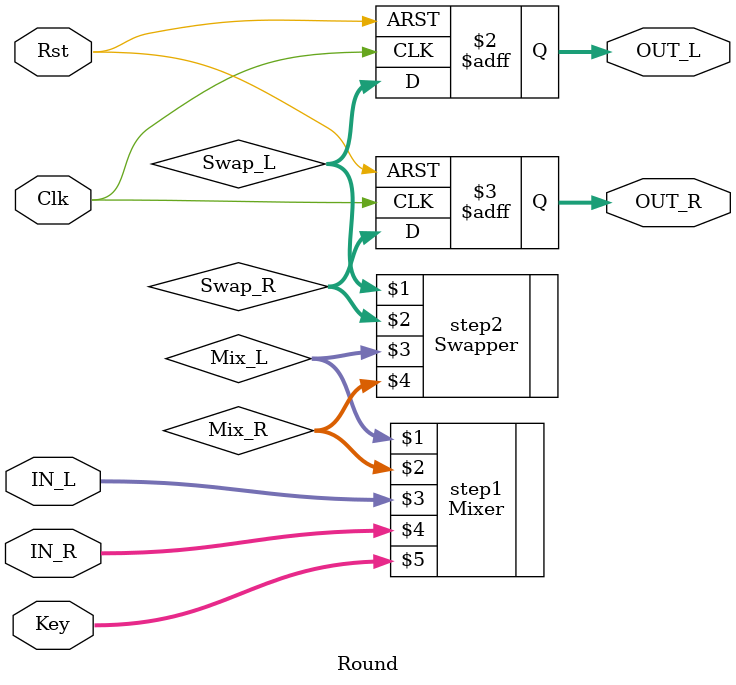
<source format=v>
`timescale 1ns / 1ps

module Round(
    output reg [1:32]  OUT_L,
    output reg [1:32]  OUT_R,
    input [1:32] IN_L,
    input [1:32] IN_R,
    input [1:48] Key,
    input Clk,
    input Rst
    );
    wire [1:32]Mix_R,Mix_L,Swap_R,Swap_L;
    
    Mixer   step1(Mix_L,Mix_R,IN_L,IN_R,Key);
    Swapper step2(Swap_L,Swap_R,Mix_L,Mix_R);
    
    always@(posedge Clk or posedge Rst)
    begin
        if(Rst)
            begin
            OUT_L <= 32'd0;
            OUT_R <= 32'd0;
            end
        else 
            begin
            OUT_L <= Swap_L;
            OUT_R <= Swap_R;
            end
     end        
endmodule

</source>
